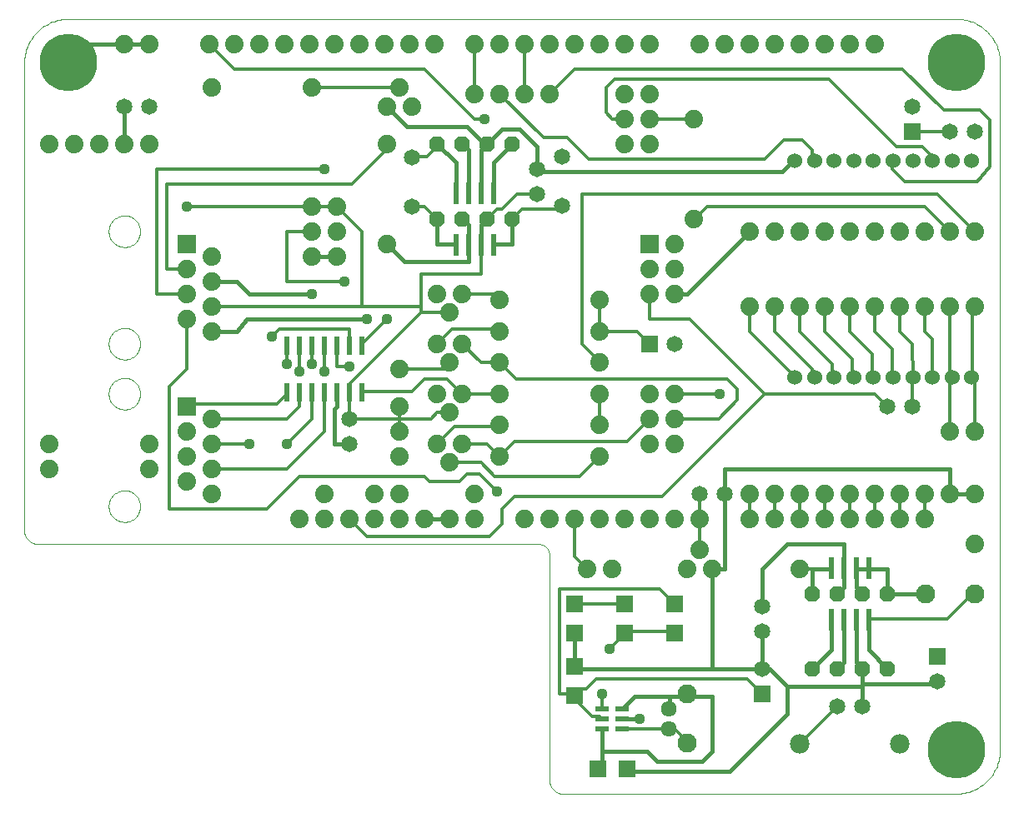
<source format=gtl>
G75*
G70*
%OFA0B0*%
%FSLAX24Y24*%
%IPPOS*%
%LPD*%
%AMOC8*
5,1,8,0,0,1.08239X$1,22.5*
%
%ADD10C,0.0000*%
%ADD11C,0.0740*%
%ADD12R,0.0220X0.0780*%
%ADD13OC8,0.0630*%
%ADD14R,0.0240X0.0870*%
%ADD15C,0.0160*%
%ADD16C,0.0650*%
%ADD17R,0.0650X0.0650*%
%ADD18R,0.0740X0.0740*%
%ADD19C,0.0600*%
%ADD20C,0.0780*%
%ADD21C,0.0768*%
%ADD22C,0.2300*%
%ADD23R,0.0520X0.0220*%
%ADD24R,0.0709X0.0710*%
%ADD25R,0.0710X0.0709*%
%ADD26C,0.0634*%
%ADD27C,0.0120*%
%ADD28C,0.0440*%
D10*
X001200Y010700D02*
X021200Y010700D01*
X021244Y010698D01*
X021287Y010692D01*
X021329Y010683D01*
X021371Y010670D01*
X021411Y010653D01*
X021450Y010633D01*
X021487Y010610D01*
X021521Y010583D01*
X021554Y010554D01*
X021583Y010521D01*
X021610Y010487D01*
X021633Y010450D01*
X021653Y010411D01*
X021670Y010371D01*
X021683Y010329D01*
X021692Y010287D01*
X021698Y010244D01*
X021700Y010200D01*
X021700Y001200D01*
X021702Y001156D01*
X021708Y001113D01*
X021717Y001071D01*
X021730Y001029D01*
X021747Y000989D01*
X021767Y000950D01*
X021790Y000913D01*
X021817Y000879D01*
X021846Y000846D01*
X021879Y000817D01*
X021913Y000790D01*
X021950Y000767D01*
X021989Y000747D01*
X022029Y000730D01*
X022071Y000717D01*
X022113Y000708D01*
X022156Y000702D01*
X022200Y000700D01*
X037950Y000700D01*
X038033Y000702D01*
X038116Y000708D01*
X038199Y000718D01*
X038281Y000732D01*
X038363Y000749D01*
X038443Y000771D01*
X038522Y000796D01*
X038600Y000825D01*
X038677Y000858D01*
X038752Y000895D01*
X038825Y000934D01*
X038896Y000978D01*
X038965Y001024D01*
X039032Y001074D01*
X039096Y001127D01*
X039158Y001183D01*
X039217Y001242D01*
X039273Y001304D01*
X039326Y001368D01*
X039376Y001435D01*
X039422Y001504D01*
X039466Y001575D01*
X039505Y001648D01*
X039542Y001723D01*
X039575Y001800D01*
X039604Y001878D01*
X039629Y001957D01*
X039651Y002037D01*
X039668Y002119D01*
X039682Y002201D01*
X039692Y002284D01*
X039698Y002367D01*
X039700Y002450D01*
X039700Y029950D01*
X039698Y030033D01*
X039692Y030116D01*
X039682Y030199D01*
X039668Y030281D01*
X039651Y030363D01*
X039629Y030443D01*
X039604Y030522D01*
X039575Y030600D01*
X039542Y030677D01*
X039505Y030752D01*
X039466Y030825D01*
X039422Y030896D01*
X039376Y030965D01*
X039326Y031032D01*
X039273Y031096D01*
X039217Y031158D01*
X039158Y031217D01*
X039096Y031273D01*
X039032Y031326D01*
X038965Y031376D01*
X038896Y031422D01*
X038825Y031466D01*
X038752Y031505D01*
X038677Y031542D01*
X038600Y031575D01*
X038522Y031604D01*
X038443Y031629D01*
X038363Y031651D01*
X038281Y031668D01*
X038199Y031682D01*
X038116Y031692D01*
X038033Y031698D01*
X037950Y031700D01*
X002450Y031700D01*
X002367Y031698D01*
X002284Y031692D01*
X002201Y031682D01*
X002119Y031668D01*
X002037Y031651D01*
X001957Y031629D01*
X001878Y031604D01*
X001800Y031575D01*
X001723Y031542D01*
X001648Y031505D01*
X001575Y031466D01*
X001504Y031422D01*
X001435Y031376D01*
X001368Y031326D01*
X001304Y031273D01*
X001242Y031217D01*
X001183Y031158D01*
X001127Y031096D01*
X001074Y031032D01*
X001024Y030965D01*
X000978Y030896D01*
X000934Y030825D01*
X000895Y030752D01*
X000858Y030677D01*
X000825Y030600D01*
X000796Y030522D01*
X000771Y030443D01*
X000749Y030363D01*
X000732Y030281D01*
X000718Y030199D01*
X000708Y030116D01*
X000702Y030033D01*
X000700Y029950D01*
X000700Y011200D01*
X000702Y011156D01*
X000708Y011113D01*
X000717Y011071D01*
X000730Y011029D01*
X000747Y010989D01*
X000767Y010950D01*
X000790Y010913D01*
X000817Y010879D01*
X000846Y010846D01*
X000879Y010817D01*
X000913Y010790D01*
X000950Y010767D01*
X000989Y010747D01*
X001029Y010730D01*
X001071Y010717D01*
X001113Y010708D01*
X001156Y010702D01*
X001200Y010700D01*
X004070Y012200D02*
X004072Y012250D01*
X004078Y012300D01*
X004088Y012349D01*
X004102Y012397D01*
X004119Y012444D01*
X004140Y012489D01*
X004165Y012533D01*
X004193Y012574D01*
X004225Y012613D01*
X004259Y012650D01*
X004296Y012684D01*
X004336Y012714D01*
X004378Y012741D01*
X004422Y012765D01*
X004468Y012786D01*
X004515Y012802D01*
X004563Y012815D01*
X004613Y012824D01*
X004662Y012829D01*
X004713Y012830D01*
X004763Y012827D01*
X004812Y012820D01*
X004861Y012809D01*
X004909Y012794D01*
X004955Y012776D01*
X005000Y012754D01*
X005043Y012728D01*
X005084Y012699D01*
X005123Y012667D01*
X005159Y012632D01*
X005191Y012594D01*
X005221Y012554D01*
X005248Y012511D01*
X005271Y012467D01*
X005290Y012421D01*
X005306Y012373D01*
X005318Y012324D01*
X005326Y012275D01*
X005330Y012225D01*
X005330Y012175D01*
X005326Y012125D01*
X005318Y012076D01*
X005306Y012027D01*
X005290Y011979D01*
X005271Y011933D01*
X005248Y011889D01*
X005221Y011846D01*
X005191Y011806D01*
X005159Y011768D01*
X005123Y011733D01*
X005084Y011701D01*
X005043Y011672D01*
X005000Y011646D01*
X004955Y011624D01*
X004909Y011606D01*
X004861Y011591D01*
X004812Y011580D01*
X004763Y011573D01*
X004713Y011570D01*
X004662Y011571D01*
X004613Y011576D01*
X004563Y011585D01*
X004515Y011598D01*
X004468Y011614D01*
X004422Y011635D01*
X004378Y011659D01*
X004336Y011686D01*
X004296Y011716D01*
X004259Y011750D01*
X004225Y011787D01*
X004193Y011826D01*
X004165Y011867D01*
X004140Y011911D01*
X004119Y011956D01*
X004102Y012003D01*
X004088Y012051D01*
X004078Y012100D01*
X004072Y012150D01*
X004070Y012200D01*
X004070Y016700D02*
X004072Y016750D01*
X004078Y016800D01*
X004088Y016849D01*
X004102Y016897D01*
X004119Y016944D01*
X004140Y016989D01*
X004165Y017033D01*
X004193Y017074D01*
X004225Y017113D01*
X004259Y017150D01*
X004296Y017184D01*
X004336Y017214D01*
X004378Y017241D01*
X004422Y017265D01*
X004468Y017286D01*
X004515Y017302D01*
X004563Y017315D01*
X004613Y017324D01*
X004662Y017329D01*
X004713Y017330D01*
X004763Y017327D01*
X004812Y017320D01*
X004861Y017309D01*
X004909Y017294D01*
X004955Y017276D01*
X005000Y017254D01*
X005043Y017228D01*
X005084Y017199D01*
X005123Y017167D01*
X005159Y017132D01*
X005191Y017094D01*
X005221Y017054D01*
X005248Y017011D01*
X005271Y016967D01*
X005290Y016921D01*
X005306Y016873D01*
X005318Y016824D01*
X005326Y016775D01*
X005330Y016725D01*
X005330Y016675D01*
X005326Y016625D01*
X005318Y016576D01*
X005306Y016527D01*
X005290Y016479D01*
X005271Y016433D01*
X005248Y016389D01*
X005221Y016346D01*
X005191Y016306D01*
X005159Y016268D01*
X005123Y016233D01*
X005084Y016201D01*
X005043Y016172D01*
X005000Y016146D01*
X004955Y016124D01*
X004909Y016106D01*
X004861Y016091D01*
X004812Y016080D01*
X004763Y016073D01*
X004713Y016070D01*
X004662Y016071D01*
X004613Y016076D01*
X004563Y016085D01*
X004515Y016098D01*
X004468Y016114D01*
X004422Y016135D01*
X004378Y016159D01*
X004336Y016186D01*
X004296Y016216D01*
X004259Y016250D01*
X004225Y016287D01*
X004193Y016326D01*
X004165Y016367D01*
X004140Y016411D01*
X004119Y016456D01*
X004102Y016503D01*
X004088Y016551D01*
X004078Y016600D01*
X004072Y016650D01*
X004070Y016700D01*
X004070Y018700D02*
X004072Y018750D01*
X004078Y018800D01*
X004088Y018849D01*
X004102Y018897D01*
X004119Y018944D01*
X004140Y018989D01*
X004165Y019033D01*
X004193Y019074D01*
X004225Y019113D01*
X004259Y019150D01*
X004296Y019184D01*
X004336Y019214D01*
X004378Y019241D01*
X004422Y019265D01*
X004468Y019286D01*
X004515Y019302D01*
X004563Y019315D01*
X004613Y019324D01*
X004662Y019329D01*
X004713Y019330D01*
X004763Y019327D01*
X004812Y019320D01*
X004861Y019309D01*
X004909Y019294D01*
X004955Y019276D01*
X005000Y019254D01*
X005043Y019228D01*
X005084Y019199D01*
X005123Y019167D01*
X005159Y019132D01*
X005191Y019094D01*
X005221Y019054D01*
X005248Y019011D01*
X005271Y018967D01*
X005290Y018921D01*
X005306Y018873D01*
X005318Y018824D01*
X005326Y018775D01*
X005330Y018725D01*
X005330Y018675D01*
X005326Y018625D01*
X005318Y018576D01*
X005306Y018527D01*
X005290Y018479D01*
X005271Y018433D01*
X005248Y018389D01*
X005221Y018346D01*
X005191Y018306D01*
X005159Y018268D01*
X005123Y018233D01*
X005084Y018201D01*
X005043Y018172D01*
X005000Y018146D01*
X004955Y018124D01*
X004909Y018106D01*
X004861Y018091D01*
X004812Y018080D01*
X004763Y018073D01*
X004713Y018070D01*
X004662Y018071D01*
X004613Y018076D01*
X004563Y018085D01*
X004515Y018098D01*
X004468Y018114D01*
X004422Y018135D01*
X004378Y018159D01*
X004336Y018186D01*
X004296Y018216D01*
X004259Y018250D01*
X004225Y018287D01*
X004193Y018326D01*
X004165Y018367D01*
X004140Y018411D01*
X004119Y018456D01*
X004102Y018503D01*
X004088Y018551D01*
X004078Y018600D01*
X004072Y018650D01*
X004070Y018700D01*
X004070Y023200D02*
X004072Y023250D01*
X004078Y023300D01*
X004088Y023349D01*
X004102Y023397D01*
X004119Y023444D01*
X004140Y023489D01*
X004165Y023533D01*
X004193Y023574D01*
X004225Y023613D01*
X004259Y023650D01*
X004296Y023684D01*
X004336Y023714D01*
X004378Y023741D01*
X004422Y023765D01*
X004468Y023786D01*
X004515Y023802D01*
X004563Y023815D01*
X004613Y023824D01*
X004662Y023829D01*
X004713Y023830D01*
X004763Y023827D01*
X004812Y023820D01*
X004861Y023809D01*
X004909Y023794D01*
X004955Y023776D01*
X005000Y023754D01*
X005043Y023728D01*
X005084Y023699D01*
X005123Y023667D01*
X005159Y023632D01*
X005191Y023594D01*
X005221Y023554D01*
X005248Y023511D01*
X005271Y023467D01*
X005290Y023421D01*
X005306Y023373D01*
X005318Y023324D01*
X005326Y023275D01*
X005330Y023225D01*
X005330Y023175D01*
X005326Y023125D01*
X005318Y023076D01*
X005306Y023027D01*
X005290Y022979D01*
X005271Y022933D01*
X005248Y022889D01*
X005221Y022846D01*
X005191Y022806D01*
X005159Y022768D01*
X005123Y022733D01*
X005084Y022701D01*
X005043Y022672D01*
X005000Y022646D01*
X004955Y022624D01*
X004909Y022606D01*
X004861Y022591D01*
X004812Y022580D01*
X004763Y022573D01*
X004713Y022570D01*
X004662Y022571D01*
X004613Y022576D01*
X004563Y022585D01*
X004515Y022598D01*
X004468Y022614D01*
X004422Y022635D01*
X004378Y022659D01*
X004336Y022686D01*
X004296Y022716D01*
X004259Y022750D01*
X004225Y022787D01*
X004193Y022826D01*
X004165Y022867D01*
X004140Y022911D01*
X004119Y022956D01*
X004102Y023003D01*
X004088Y023051D01*
X004078Y023100D01*
X004072Y023150D01*
X004070Y023200D01*
D11*
X007200Y021700D03*
X008200Y022200D03*
X008200Y021200D03*
X007200Y020700D03*
X008200Y020200D03*
X007200Y019700D03*
X008200Y019200D03*
X012200Y022200D03*
X013200Y022200D03*
X013200Y023200D03*
X012200Y023200D03*
X012200Y024200D03*
X013200Y024200D03*
X015200Y022700D03*
X017200Y020700D03*
X017700Y019950D03*
X018200Y020700D03*
X019700Y020450D03*
X019700Y019200D03*
X019700Y017950D03*
X019700Y016700D03*
X019700Y015450D03*
X019700Y014200D03*
X018200Y014700D03*
X017700Y013950D03*
X017200Y014700D03*
X017700Y015950D03*
X017200Y016700D03*
X018200Y016700D03*
X017700Y017950D03*
X017200Y018700D03*
X018200Y018700D03*
X015700Y017700D03*
X015700Y016200D03*
X015700Y015200D03*
X015700Y014200D03*
X015700Y012700D03*
X014700Y012700D03*
X014700Y011700D03*
X015700Y011700D03*
X016700Y011700D03*
X017700Y011700D03*
X018700Y011700D03*
X018700Y012700D03*
X020700Y011700D03*
X021700Y011700D03*
X022700Y011700D03*
X023700Y011700D03*
X024700Y011700D03*
X025700Y011700D03*
X026700Y011700D03*
X027700Y011700D03*
X027700Y010450D03*
X027200Y009700D03*
X028200Y009700D03*
X029700Y011700D03*
X030700Y011700D03*
X030700Y012700D03*
X029700Y012700D03*
X031700Y012700D03*
X032700Y012700D03*
X033700Y012700D03*
X033700Y011700D03*
X032700Y011700D03*
X031700Y011700D03*
X031700Y009700D03*
X034700Y011700D03*
X035700Y011700D03*
X036700Y011700D03*
X036700Y012700D03*
X035700Y012700D03*
X034700Y012700D03*
X037700Y012700D03*
X038700Y012700D03*
X038700Y010700D03*
X038700Y015200D03*
X037700Y015200D03*
X037700Y020200D03*
X038700Y020200D03*
X036700Y020200D03*
X035700Y020200D03*
X034700Y020200D03*
X033700Y020200D03*
X032700Y020200D03*
X031700Y020200D03*
X030700Y020200D03*
X029700Y020200D03*
X026700Y020700D03*
X026700Y021700D03*
X025700Y021700D03*
X025700Y020700D03*
X023700Y020450D03*
X023700Y019200D03*
X023700Y017950D03*
X023700Y016700D03*
X023700Y015450D03*
X023700Y014200D03*
X025700Y014700D03*
X025700Y015700D03*
X025700Y016700D03*
X026700Y016700D03*
X026700Y015700D03*
X026700Y014700D03*
X024200Y009700D03*
X023200Y009700D03*
X013700Y011700D03*
X012700Y011700D03*
X011700Y011700D03*
X012700Y012700D03*
X008200Y012700D03*
X007200Y013200D03*
X008200Y013700D03*
X007200Y014200D03*
X008200Y014700D03*
X007200Y015200D03*
X008200Y015700D03*
X005700Y014700D03*
X005700Y013700D03*
X001700Y013700D03*
X001700Y014700D03*
X001700Y026700D03*
X002700Y026700D03*
X003700Y026700D03*
X004700Y026700D03*
X005700Y026700D03*
X008200Y028950D03*
X008100Y030700D03*
X009100Y030700D03*
X010100Y030700D03*
X011100Y030700D03*
X012100Y030700D03*
X013100Y030700D03*
X014100Y030700D03*
X015100Y030700D03*
X016100Y030700D03*
X017100Y030700D03*
X018700Y030700D03*
X019700Y030700D03*
X020700Y030700D03*
X021700Y030700D03*
X022700Y030700D03*
X023700Y030700D03*
X024700Y030700D03*
X025700Y030700D03*
X027700Y030700D03*
X028700Y030700D03*
X029700Y030700D03*
X030700Y030700D03*
X031700Y030700D03*
X032700Y030700D03*
X033700Y030700D03*
X034700Y030700D03*
X027450Y027700D03*
X025700Y027700D03*
X024700Y027700D03*
X024700Y026700D03*
X025700Y026700D03*
X025700Y028700D03*
X024700Y028700D03*
X021700Y028700D03*
X020700Y028700D03*
X019700Y028700D03*
X018700Y028700D03*
X016200Y028200D03*
X015700Y028950D03*
X015200Y028200D03*
X015200Y026700D03*
X012200Y028950D03*
X005700Y030700D03*
X004700Y030700D03*
X026700Y022700D03*
X027450Y023700D03*
X029700Y023200D03*
X030700Y023200D03*
X031700Y023200D03*
X032700Y023200D03*
X033700Y023200D03*
X034700Y023200D03*
X035700Y023200D03*
X036700Y023200D03*
X037700Y023200D03*
X038700Y023200D03*
D12*
X014200Y018630D03*
X013700Y018630D03*
X013200Y018630D03*
X012700Y018630D03*
X012200Y018630D03*
X011700Y018630D03*
X011200Y018630D03*
X011200Y016770D03*
X011700Y016770D03*
X012200Y016770D03*
X012700Y016770D03*
X013200Y016770D03*
X013700Y016770D03*
X014200Y016770D03*
D13*
X017200Y023700D03*
X018200Y023700D03*
X019200Y023700D03*
X020200Y023700D03*
X020200Y026700D03*
X019200Y026700D03*
X018200Y026700D03*
X017200Y026700D03*
X032200Y008700D03*
X033200Y008700D03*
X034200Y008700D03*
X035200Y008700D03*
X035200Y005700D03*
X034200Y005700D03*
X033200Y005700D03*
X032200Y005700D03*
D14*
X032950Y007670D03*
X033450Y007670D03*
X033950Y007670D03*
X034450Y007670D03*
X034450Y009730D03*
X033950Y009730D03*
X033450Y009730D03*
X032950Y009730D03*
X019450Y022670D03*
X018950Y022670D03*
X018450Y022670D03*
X017950Y022670D03*
X017950Y024730D03*
X018450Y024730D03*
X018950Y024730D03*
X019450Y024730D03*
D15*
X019450Y024700D02*
X019450Y025950D01*
X020200Y026700D01*
X020500Y027300D02*
X019800Y027300D01*
X019200Y026700D01*
X019100Y026700D01*
X018400Y027400D01*
X016000Y027400D01*
X015200Y028200D01*
X017200Y026700D02*
X017950Y025950D01*
X017950Y024700D01*
X018450Y024700D02*
X018450Y026450D01*
X018200Y026700D01*
X018950Y026450D02*
X019200Y026700D01*
X018950Y026450D02*
X018950Y024700D01*
X018950Y024730D01*
X018950Y024800D01*
X019200Y023700D02*
X018950Y023450D01*
X018950Y022700D01*
X018450Y022670D02*
X018450Y022700D01*
X018450Y023450D01*
X018200Y023700D01*
X017200Y023700D02*
X017200Y022700D01*
X017950Y022700D01*
X018450Y022670D02*
X018450Y022000D01*
X015900Y022000D01*
X015200Y022700D01*
X013200Y022200D02*
X012200Y022200D01*
X012200Y020700D02*
X009700Y020700D01*
X009200Y021200D01*
X008200Y021200D01*
X009600Y019700D02*
X009200Y019200D01*
X008200Y019200D01*
X009600Y019700D02*
X014400Y019700D01*
X013200Y016770D02*
X013200Y016200D01*
X013100Y016100D01*
X013100Y014700D01*
X013700Y014700D01*
X016700Y011700D02*
X017700Y011700D01*
X022700Y007110D02*
X022700Y005790D01*
X022700Y005700D01*
X028200Y005700D01*
X028200Y009700D01*
X028700Y009700D01*
X028700Y012700D01*
X028700Y013700D01*
X037700Y013700D01*
X037700Y012700D01*
X038700Y012700D01*
X035200Y009700D02*
X034450Y009700D01*
X034500Y009700D01*
X034450Y009730D01*
X034400Y009700D01*
X034000Y009700D01*
X033950Y009730D01*
X033950Y008950D01*
X034200Y008700D01*
X033950Y008950D02*
X033950Y009700D01*
X033950Y009730D02*
X033950Y009750D01*
X033450Y009730D02*
X033450Y009700D01*
X033450Y008950D01*
X033200Y008700D01*
X032200Y008700D02*
X032200Y009700D01*
X032950Y009700D01*
X033450Y009730D02*
X033450Y009800D01*
X033450Y010700D01*
X031200Y010700D01*
X030200Y009700D01*
X030200Y008200D01*
X030200Y007200D02*
X030200Y005700D01*
X028200Y005700D01*
X028200Y004600D02*
X027200Y004600D01*
X027200Y004684D01*
X027200Y004600D02*
X026500Y004600D01*
X026500Y004100D01*
X026450Y004094D01*
X026500Y004600D02*
X025100Y004600D01*
X024600Y004100D01*
X024600Y003700D02*
X025300Y003700D01*
X023800Y003300D02*
X023800Y002400D01*
X025600Y002400D01*
X026000Y002000D01*
X027800Y002000D01*
X028200Y002400D01*
X028200Y004600D01*
X030200Y005700D02*
X030500Y005700D01*
X031200Y005000D01*
X034200Y005000D01*
X034200Y005100D01*
X037100Y005100D01*
X037200Y005200D01*
X035200Y005700D02*
X034450Y006450D01*
X034450Y007700D01*
X033950Y007700D02*
X033950Y005950D01*
X033950Y007670D01*
X033450Y007700D02*
X033450Y005950D01*
X033200Y005700D01*
X032950Y006450D02*
X032950Y007670D01*
X032950Y007700D02*
X032950Y006450D01*
X032200Y005700D01*
X031200Y005000D02*
X031200Y003900D01*
X028900Y001600D01*
X025000Y001600D01*
X024700Y001700D01*
X024900Y001800D01*
X024800Y001700D01*
X024790Y001700D01*
X023800Y001700D02*
X023800Y002400D01*
X023800Y001700D02*
X023610Y001700D01*
X033950Y005950D02*
X034200Y005700D01*
X034200Y005100D01*
X034200Y005000D02*
X034200Y004200D01*
X035200Y008700D02*
X036716Y008700D01*
X035200Y008700D02*
X035200Y009700D01*
X027200Y020700D02*
X026700Y020700D01*
X027200Y020700D02*
X029700Y023200D01*
X031000Y025600D02*
X031400Y026000D01*
X031487Y026031D01*
X031500Y026000D01*
X031000Y025600D02*
X021300Y025600D01*
X021200Y025700D01*
X021200Y026600D01*
X020500Y027300D01*
X020200Y023700D02*
X020200Y022700D01*
X019450Y022700D01*
X005700Y030700D02*
X004700Y030700D01*
X003200Y030700D01*
X002450Y029950D01*
X004700Y028200D02*
X004700Y026700D01*
D16*
X004700Y028200D03*
X005700Y028200D03*
X016200Y026169D03*
X016200Y024200D03*
X021200Y024700D03*
X021200Y025700D03*
X022200Y026184D03*
X022200Y024216D03*
X026700Y018700D03*
X027700Y012700D03*
X028700Y012700D03*
X030200Y008200D03*
X030200Y007200D03*
X030200Y005700D03*
X033200Y004200D03*
X034200Y004200D03*
X037200Y005200D03*
X036200Y016200D03*
X035200Y016200D03*
X037700Y027200D03*
X038700Y027200D03*
X036200Y028200D03*
X013700Y015700D03*
X013700Y014700D03*
D17*
X025700Y018700D03*
X036200Y027200D03*
X037200Y006200D03*
X030200Y004700D03*
D18*
X007200Y016200D03*
X007200Y022700D03*
X025700Y022700D03*
D19*
X031487Y026031D03*
X032275Y026031D03*
X033062Y026031D03*
X033850Y026031D03*
X034637Y026031D03*
X035424Y026031D03*
X036212Y026031D03*
X036999Y026031D03*
X037787Y026031D03*
X038574Y026031D03*
X038574Y017369D03*
X037787Y017369D03*
X036999Y017369D03*
X036212Y017369D03*
X035424Y017369D03*
X034637Y017369D03*
X033850Y017369D03*
X033062Y017369D03*
X032275Y017369D03*
X031487Y017369D03*
D20*
X031700Y002700D03*
X035700Y002700D03*
D21*
X036716Y008700D03*
X038684Y008700D03*
X027200Y004684D03*
X027200Y002716D03*
D22*
X037950Y002450D03*
X037950Y029950D03*
X002450Y029950D03*
D23*
X023800Y004100D03*
X023800Y003700D03*
X023800Y003300D03*
X024600Y003300D03*
X024600Y003700D03*
X024600Y004100D03*
D24*
X024790Y001700D03*
X023610Y001700D03*
D25*
X022700Y004610D03*
X022700Y005790D03*
X022700Y007110D03*
X022700Y008290D03*
X024700Y008290D03*
X024700Y007110D03*
X026700Y007110D03*
X026700Y008290D03*
D26*
X026450Y004094D03*
X026450Y003306D03*
D27*
X026500Y003300D01*
X026700Y003300D01*
X027200Y002800D01*
X027200Y002716D01*
X026450Y003306D02*
X026400Y003300D01*
X024600Y003300D01*
X023800Y003700D02*
X023700Y003800D01*
X023400Y003800D01*
X022700Y004500D01*
X022700Y004610D01*
X022700Y004700D01*
X022900Y004900D01*
X023150Y004900D01*
X023550Y005300D01*
X029600Y005300D01*
X030200Y004700D01*
X031700Y002700D02*
X033200Y004200D01*
X033450Y005950D02*
X033450Y007670D01*
X034450Y007670D02*
X034450Y006450D01*
X034500Y007600D02*
X034450Y007670D01*
X034500Y007700D01*
X037600Y007700D01*
X038600Y008700D01*
X038684Y008700D01*
X036700Y011700D02*
X036700Y012700D01*
X035700Y012700D02*
X035700Y011700D01*
X034700Y011700D02*
X034700Y012700D01*
X033700Y012700D02*
X033700Y011700D01*
X032700Y011700D02*
X032700Y012700D01*
X031700Y012700D02*
X031700Y011700D01*
X030700Y011700D02*
X030700Y012700D01*
X029700Y012700D02*
X029700Y011700D01*
X027700Y011700D02*
X027700Y010450D01*
X027700Y011700D02*
X027700Y012700D01*
X026200Y012600D02*
X030300Y016700D01*
X027300Y019700D01*
X025700Y019700D01*
X025700Y020700D01*
X025200Y019200D02*
X023700Y019200D01*
X023700Y020450D01*
X025200Y019200D02*
X025700Y018700D01*
X023700Y018000D02*
X023700Y017950D01*
X023700Y018000D02*
X023000Y018700D01*
X023000Y024700D01*
X037200Y024700D01*
X038700Y023200D01*
X037700Y023200D02*
X036700Y024200D01*
X028000Y024200D01*
X027500Y023700D01*
X027450Y023700D01*
X030300Y026100D02*
X031050Y026850D01*
X031800Y026850D01*
X032200Y026450D01*
X032200Y026100D01*
X032275Y026031D01*
X030300Y026100D02*
X023250Y026100D01*
X022400Y026950D01*
X021450Y026950D01*
X019700Y028700D01*
X020700Y028700D02*
X020700Y030700D01*
X018700Y030700D02*
X018700Y028700D01*
X018700Y027700D02*
X019100Y027700D01*
X018700Y027700D02*
X016700Y029700D01*
X009100Y029700D01*
X008100Y030700D01*
X012200Y028950D02*
X015700Y028950D01*
X015200Y026700D02*
X015200Y026500D01*
X013800Y025100D01*
X006400Y025100D01*
X006400Y021700D01*
X007200Y021700D01*
X007200Y020700D02*
X006000Y020700D01*
X006000Y025700D01*
X012700Y025700D01*
X012200Y024200D02*
X007200Y024200D01*
X011200Y023200D02*
X011200Y021200D01*
X013500Y021200D01*
X014200Y020200D02*
X014200Y023200D01*
X013200Y024200D01*
X012200Y024200D01*
X012200Y023200D02*
X011200Y023200D01*
X014200Y020200D02*
X008200Y020200D01*
X007200Y019700D02*
X007200Y017700D01*
X006500Y017000D01*
X006500Y012100D01*
X010400Y012100D01*
X011700Y013400D01*
X016700Y013400D01*
X016900Y013200D01*
X018100Y013200D01*
X018400Y013500D01*
X018900Y013500D01*
X019600Y012800D01*
X019500Y013400D02*
X022900Y013400D01*
X023700Y014200D01*
X024800Y014800D02*
X020300Y014800D01*
X019700Y014200D01*
X019200Y014700D01*
X018200Y014700D01*
X017900Y015400D02*
X019700Y015400D01*
X019700Y015450D01*
X019700Y016700D02*
X018200Y016700D01*
X017600Y017300D01*
X016700Y017300D01*
X016200Y016800D01*
X014200Y016800D01*
X014200Y016770D01*
X013700Y016770D02*
X013700Y017100D01*
X016550Y019950D01*
X016550Y020200D01*
X016550Y021500D01*
X018950Y021500D01*
X018950Y022670D01*
X019000Y022700D01*
X018950Y022700D01*
X019450Y022700D02*
X019500Y022700D01*
X019450Y022670D01*
X018000Y022700D02*
X017950Y022670D01*
X018000Y022700D02*
X017200Y022700D01*
X017200Y023700D02*
X016700Y024200D01*
X016200Y024200D01*
X017950Y024700D02*
X018000Y024800D01*
X017950Y024730D01*
X018450Y024730D02*
X018500Y024800D01*
X018450Y024700D01*
X019450Y024700D02*
X019500Y024800D01*
X019450Y024730D01*
X019600Y024100D02*
X019800Y024100D01*
X020400Y024700D01*
X021200Y024700D01*
X020600Y024100D02*
X022100Y024100D01*
X022200Y024200D01*
X022200Y024216D01*
X020600Y024100D02*
X020200Y023700D01*
X019600Y024100D02*
X019200Y023700D01*
X016800Y026200D02*
X016200Y026200D01*
X016200Y026169D01*
X016800Y026200D02*
X017200Y026600D01*
X017200Y026700D01*
X021700Y028700D02*
X022700Y029700D01*
X035800Y029700D01*
X037450Y028050D01*
X038900Y028050D01*
X039300Y027650D01*
X039300Y025800D01*
X038800Y025200D01*
X035900Y025200D01*
X035400Y025700D01*
X035424Y026031D01*
X035550Y026600D02*
X036600Y026600D01*
X037000Y026200D01*
X036999Y026031D01*
X037700Y027200D02*
X036200Y027200D01*
X035550Y026600D02*
X032850Y029300D01*
X024300Y029300D01*
X023950Y028950D01*
X023950Y027950D01*
X024200Y027700D01*
X024700Y027700D01*
X025700Y027700D02*
X027450Y027700D01*
X019700Y020500D02*
X019500Y020700D01*
X018200Y020700D01*
X017700Y019950D02*
X016550Y019950D01*
X016550Y020200D02*
X014200Y020200D01*
X015200Y019700D02*
X014200Y018700D01*
X014200Y018630D01*
X013700Y018630D02*
X013700Y019300D01*
X010900Y019300D01*
X010600Y019000D01*
X011200Y018630D02*
X011200Y017900D01*
X011700Y017600D02*
X011700Y018630D01*
X012200Y018630D02*
X012200Y017900D01*
X012700Y017600D02*
X012700Y018630D01*
X013200Y018630D02*
X013200Y017800D01*
X013700Y017800D01*
X013700Y016770D02*
X013700Y015700D01*
X015700Y015700D01*
X015700Y015200D01*
X015700Y015700D02*
X015700Y016200D01*
X015700Y015700D02*
X016950Y015700D01*
X017200Y015950D01*
X017700Y015950D01*
X017900Y015400D02*
X017200Y014700D01*
X017700Y013950D02*
X018950Y013950D01*
X019500Y013400D01*
X020300Y012600D02*
X019800Y012100D01*
X019800Y011500D01*
X019300Y011000D01*
X014400Y011000D01*
X013700Y011700D01*
X011200Y013700D02*
X008200Y013700D01*
X008200Y014700D02*
X009700Y014700D01*
X011200Y014700D02*
X012200Y015700D01*
X012200Y016770D01*
X011700Y016770D02*
X011700Y016200D01*
X011200Y015700D01*
X008200Y015700D01*
X007300Y016300D02*
X007200Y016200D01*
X007300Y016300D02*
X010800Y016300D01*
X011200Y016700D01*
X011200Y016770D01*
X012700Y016770D02*
X012700Y015200D01*
X011200Y013700D01*
X015700Y017700D02*
X017450Y017700D01*
X017700Y017950D01*
X017200Y018700D02*
X017800Y019300D01*
X019600Y019300D01*
X019700Y019200D01*
X019700Y017950D02*
X018950Y017950D01*
X018200Y018700D01*
X019700Y017950D02*
X020350Y017300D01*
X028800Y017300D01*
X029200Y016900D01*
X029200Y016450D01*
X028450Y015700D01*
X026700Y015700D01*
X026700Y016700D02*
X028500Y016700D01*
X030300Y016700D02*
X034700Y016700D01*
X035200Y016200D01*
X036200Y016200D02*
X036200Y017300D01*
X036212Y017369D01*
X036200Y018700D01*
X035700Y019200D01*
X035700Y020200D01*
X034700Y020200D02*
X034700Y019200D01*
X035400Y018500D01*
X035400Y017500D01*
X035424Y017369D01*
X034637Y017369D02*
X034600Y017400D01*
X034600Y018300D01*
X033700Y019200D01*
X033700Y020200D01*
X032700Y020200D02*
X032700Y019200D01*
X033800Y018100D01*
X033800Y017500D01*
X033850Y017369D01*
X033062Y017369D02*
X033000Y017500D01*
X033000Y017900D01*
X031700Y019200D01*
X031700Y020200D01*
X030700Y020200D02*
X030700Y019200D01*
X032200Y017700D01*
X032200Y017450D01*
X032275Y017369D01*
X031487Y017369D02*
X031400Y017400D01*
X031400Y017500D01*
X031450Y017450D01*
X031400Y017500D02*
X029700Y019200D01*
X029700Y020200D01*
X025700Y015700D02*
X024800Y014800D01*
X023700Y015450D02*
X023700Y016700D01*
X019700Y020450D02*
X019700Y020500D01*
X020300Y012600D02*
X026200Y012600D01*
X022700Y011700D02*
X022700Y010200D01*
X023200Y009700D01*
X022100Y008900D02*
X022100Y004700D01*
X022700Y004700D01*
X023800Y004700D02*
X023800Y004100D01*
X024100Y006500D02*
X024700Y007100D01*
X024700Y007110D01*
X024700Y007200D01*
X026700Y007200D01*
X026700Y007110D01*
X026700Y008290D02*
X026700Y008300D01*
X026100Y008900D01*
X022100Y008900D01*
X022700Y008300D02*
X022700Y008290D01*
X022700Y008300D02*
X024700Y008300D01*
X024700Y008290D01*
X031700Y009700D02*
X032200Y009700D01*
X033000Y009700D01*
X032950Y009730D01*
X033450Y009730D02*
X033500Y009700D01*
X033450Y009730D02*
X033500Y009800D01*
X033450Y009800D01*
X037700Y015200D02*
X037700Y017300D01*
X037787Y017369D01*
X037700Y017400D01*
X037700Y020200D01*
X038600Y020100D02*
X038600Y017400D01*
X038574Y017369D01*
X038600Y017300D01*
X038700Y017200D01*
X038700Y015200D01*
X036999Y017369D02*
X037000Y018900D01*
X036700Y019200D01*
X036700Y020200D01*
X038600Y020100D02*
X038700Y020200D01*
D28*
X028500Y016700D03*
X019600Y012800D03*
X013700Y017800D03*
X012700Y017600D03*
X012200Y017900D03*
X011700Y017600D03*
X011200Y017900D03*
X010600Y019000D03*
X012200Y020700D03*
X013500Y021200D03*
X014400Y019700D03*
X015200Y019700D03*
X011200Y014700D03*
X009700Y014700D03*
X007200Y024200D03*
X012700Y025700D03*
X019100Y027700D03*
X024100Y006500D03*
X023800Y004700D03*
X025300Y003700D03*
M02*

</source>
